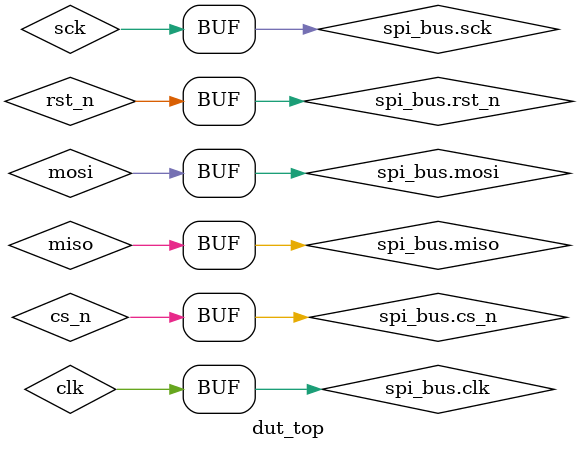
<source format=sv>
/* don't change the signal */
module dut_top(
  //input bus
  spi_bus.slave spi_bus,

  //ouput bus
  uart_bus.master uart_bus
);

  // ============================================================================
  // 信号定义
  // ============================================================================
  logic        clk;
  logic        rst_n;

  // SPI引脚
  logic        sck;      // SPI时钟
  logic        cs_n;     // SPI片选
  logic        mosi;     // 主设备输出，从设备输入
  logic        miso;     // 主设备输入，从设备输出

  // UART引脚
  logic        uart_tx;  // UART发送数据
  logic        uart_rx;  // UART接收数据

  // FIFO接口
  logic [15:0] tx_fifo_wr;
  logic [15:0] tx_fifo_rd;
  logic        tx_fifo_full;
  logic        tx_fifo_empty;
  logic        tx_fifo_wr_en;
  logic        tx_fifo_rd_en;
  logic [15:0] rx_fifo_wr;
  logic [15:0] rx_fifo_rd;
  logic        rx_fifo_full;
  logic        rx_fifo_empty;
  logic        rx_fifo_wr_en;
  logic        rx_fifo_rd_en;

  // 控制信号
  logic [3:0]  state;
  logic [15:0] baud;

  // ============================================================================
  // 引脚连接
  // ============================================================================
  assign clk      = spi_bus.clk;
  assign rst_n    = spi_bus.rst_n;

  assign sck      = spi_bus.sck;
  assign cs_n     = spi_bus.cs_n;
  assign mosi     = spi_bus.mosi;
  assign spi_bus.miso = miso;

  assign uart_bus.tx = uart_tx;
  assign uart_rx     = uart_bus.rx;

  // ============================================================================
  // DUT实例化
  // ============================================================================
  // SPI CTL
  spi_ctl spi_ctl_inst (
    .clk(clk),
    .rst_n(rst_n),

    .sck(sck),
    .cs_n(cs_n),
    .mosi(mosi),
    .miso(miso),

    .tx_fifo_data(tx_fifo_wr),
    .tx_fifo_full(tx_fifo_full),
    .tx_fifo_en(tx_fifo_wr_en),
    .rx_fifo_data(rx_fifo_rd),
    .rx_fifo_empty(rx_fifo_empty),
    .rx_fifo_en(rx_fifo_rd_en),

    .state(state),
    .baud(baud)
  );

  // UART CTL
  uart_ctl uart_ctl_inst (
    .clk(clk),
    .rst_n(rst_n),

    .tx(uart_tx),
    .rx(uart_rx),

    .tx_data(tx_fifo_rd),
    .tx_empty(tx_fifo_empty),
    .tx_fifo_en(tx_fifo_rd_en),
    .rx_data(rx_fifo_wr),
    .rx_full(rx_fifo_full),
    .rx_fifo_en(rx_fifo_wr_en),

    .baud_divisor(baud)
  );

  // TX FIFO
  fifo tx_fifo_inst (
    .rst_n(rst_n),
    .rd_clk(clk),
    .wr_clk(clk),

    .empty(tx_fifo_empty),
    .full(tx_fifo_full),
    .rd_data(tx_fifo_rd),
    .rd_en(tx_fifo_rd_en),
    .wr_data(tx_fifo_wr),
    .wr_en(tx_fifo_wr_en)
  );

  // RX FIFO
  fifo rx_fifo_inst (
    .rst_n(rst_n),
    .rd_clk(clk),
    .wr_clk(clk),

    .empty(rx_fifo_empty),
    .full(rx_fifo_full),
    .rd_data(rx_fifo_rd),
    .rd_en(rx_fifo_rd_en),
    .wr_data(rx_fifo_wr),
    .wr_en(rx_fifo_wr_en)
  );

endmodule
</source>
